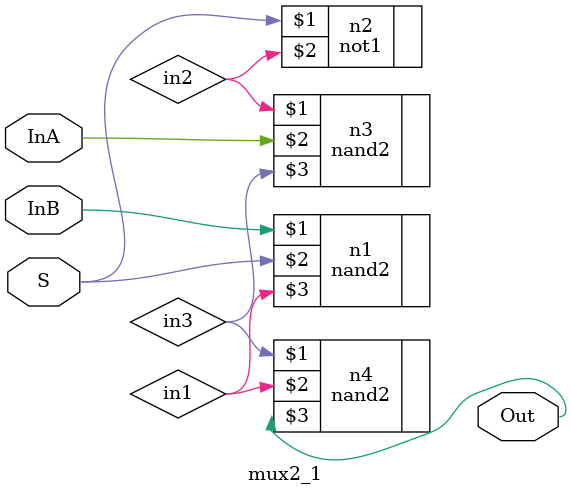
<source format=v>
/*
    CS/ECE 552 Spring '19
    Homework #3, Problem 1

    2-1 mux template
*/
module mux2_1(InA, InB, S, Out);
    input   InA, InB;
    input   S;
    output  Out;

    // YOUR CODE HERE

//assign Out = S ? InA : InB;

wire in1, in2, in3; 

nand2 n1(InB, S, in1);
not1 n2(S, in2);
nand2 n3(in2, InA, in3); 
nand2 n4(in3, in1, Out); 



endmodule

</source>
